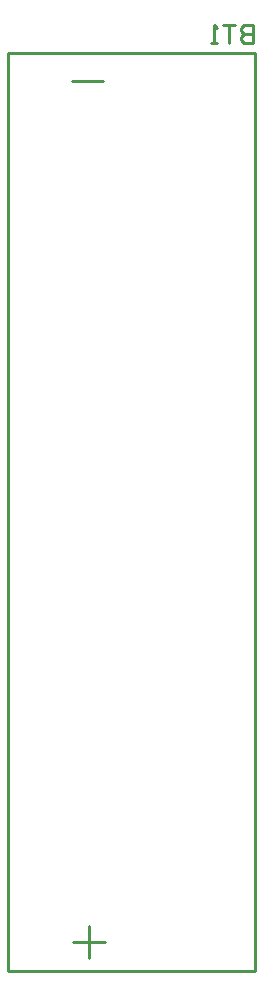
<source format=gbo>
G04 Layer_Color=65535*
%FSLAX24Y24*%
%MOIN*%
G70*
G01*
G75*
%ADD54C,0.0100*%
D54*
X8248Y20D02*
Y30610D01*
X20Y20D02*
X8248D01*
X20D02*
Y30610D01*
X8248D01*
X8199Y31556D02*
Y30956D01*
X7899D01*
X7799Y31056D01*
Y31156D01*
X7899Y31256D01*
X8199D01*
X7899D01*
X7799Y31356D01*
Y31456D01*
X7899Y31556D01*
X8199D01*
X7599D02*
X7199D01*
X7399D01*
Y30956D01*
X6999D02*
X6799D01*
X6899D01*
Y31556D01*
X6999Y31456D01*
X2146Y29685D02*
X3195D01*
X2205Y985D02*
X3254D01*
X2729Y460D02*
Y1509D01*
M02*

</source>
